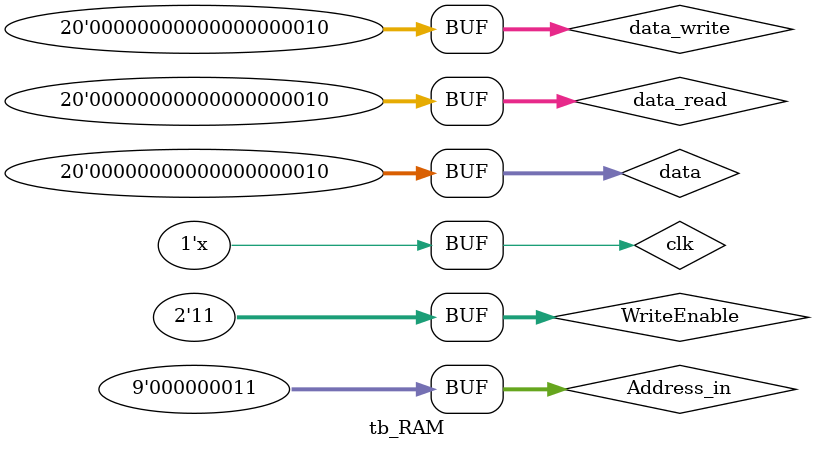
<source format=v>
module RAM(
    inout wire [19:0] data,
    output reg ready, 
    input wire clk,
    input wire [1:0] WriteEnable,
    input wire [8:0] Address_in 
    );
    reg [9:0] memory[20:0]; //memory is really [1023:0] [20:0] is used for simulation 
    wire [19:0] memory_read, memory_write;
    reg [19:0] memory_read_reg;
    reg current_state, next_state;
    reg [9:0] Address;
    
    localparam Idle = 1'b0;
    localparam Write = 1'b1;
    
    assign data = (WriteEnable != 0) ?
        20'bz :        //writing
        memory_read;   //reading
        
    assign memory_write = data;
    assign memory_read = memory_read_reg;

    always@(*) begin 
    
    Address [9:1] = Address_in;
    Address [0] = 1'b0;
    
    memory_read_reg [9:0] = memory[Address];
    memory_read_reg [19:10] = memory[Address+1];
    
        case (current_state)
        
            Idle: begin
    
                //read
                if(WriteEnable == 0) begin 
                    next_state = Idle;
                    ready = 1'b1;
                end
                
                //write
                else begin 
                    next_state = Write; 
                    ready = 1'b0;  
                end               
            end
            
            Write: begin
                next_state = Idle;
                ready = 1'b1;
            end   
        endcase
    end
    
    always@(posedge clk) begin 
    
        current_state = next_state;
     
        //write word 1 
        if (WriteEnable == 2'b01) begin     
             memory[Address] = memory_write[9:0];
        end
        //write word 2 
        else if (WriteEnable == 2'b10) begin 
            memory[Address+1] = memory_write[19:10];
        end
        //write both words 
        else if (WriteEnable == 2'b11) begin
            memory[Address] = memory_write[9:0];
            memory[Address+1] = memory_write[19:10];
        end 
        
                      
    end
    
    
    //initialize memory 
    initial begin
        
        //Set the RAM to begin in IDLE
        current_state = Idle;
        
        memory[0] <= 10'b0000010100; 
        memory[1] <= 10'b0000000001; 
        memory[2] <= 10'b0000000010; 
        memory[3] <= 10'b0000000011; 
        memory[4] <= 10'b0000000100; 
        memory[5] <= 10'b0000000101; 
        memory[6] <= 10'b0000000110; 
        memory[7] <= 10'b0000000111; 
        memory[8] <= 10'b0000001000; 
        memory[9] <= 10'b0000001001; 
        memory[10] <= 10'b0000001010;
        memory[11] <= 10'b0000001011;
        memory[12] <= 10'b0000001100;
        memory[13] <= 10'b0000001101;
        memory[14] <= 10'b0000001110;
        memory[15] <= 10'b0000001111;
        memory[16] <= 10'b0000010000;
        memory[17] <= 10'b0000010001;
        memory[18] <= 10'b0000010010;
        memory[19] <= 10'b0000010011;
        memory[20] <= 10'b0000010100;
        
     
    end
endmodule

module tb_RAM();
    //inout
    wire [19:0] data, data_read;
    wire ready;
    reg clk;
    reg [1:0] WriteEnable;
    reg [8:0] Address_in;
    
    RAM SUT(.data(data), .ready(ready), .clk(clk), .WriteEnable(WriteEnable), .Address_in(Address_in));
    
    parameter PERIOD = 10;
    initial clk = 1'b0; 
    always #(PERIOD/2) clk = ~clk; 
    
    reg [19:0] data_write;
    assign data = (WriteEnable != 0) ?
        data_write :
        20'bz;
    
    assign data_read = data;
    
    initial begin 
        //Test read 
        WriteEnable = 2'b00; data_write = 20'bz; Address_in = 9'b0;     #PERIOD;
        
        //Test write word 1  
        WriteEnable = 2'b01; data_write = 20'b1; Address_in = 9'b0;     #PERIOD;
        
        //Test write word 2 
        WriteEnable = 2'b10; data_write = 20'b11; Address_in = 9'b1;     #PERIOD;
        
        //Test write both words  
        WriteEnable = 2'b11; data_write = 20'b10; Address_in = 9'b11;     #PERIOD;
    end

endmodule
</source>
